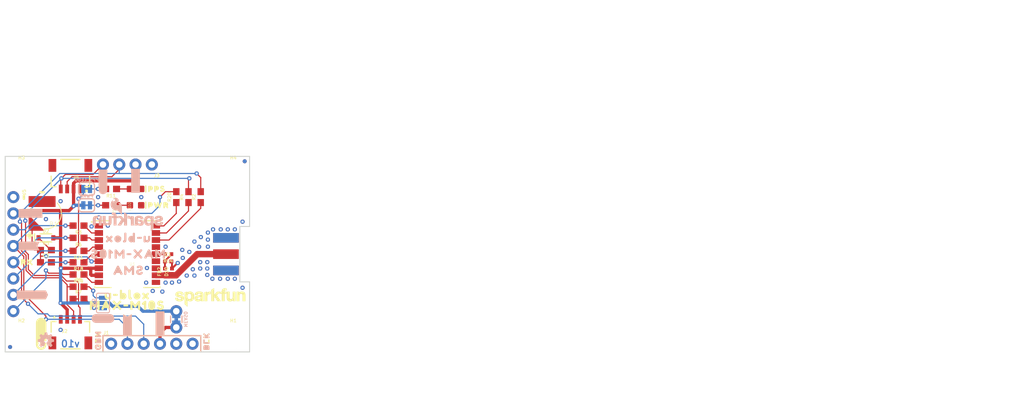
<source format=kicad_pcb>
(kicad_pcb (version 20241229) (generator "pcbnew") (generator_version "9.0")
  (layers (0 "F.Cu" signal) (2 "B.Cu" signal) (13 "F.Paste" user) (15 "B.Paste" user) (5 "F.SilkS" user "F.Silkscreen") (7 "B.SilkS" user "B.Silkscreen") (1 "F.Mask" user) (3 "B.Mask" user) (25 "Edge.Cuts" user))
  (net 0 "")
  (net 1 "3.3V")
  (net 2 "GND")
  (net 3 "SCL")
  (net 4 "SDA")
  (net 5 "~{RESET}")
  (net 6 "TXLV")
  (net 7 "RXLV")
  (net 8 "BACKUP")
  (net 9 "INT")
  (net 10 "PPS")
  (net 11 "N$5")
  (net 12 "N$8")
  (net 13 "N$2")
  (net 14 "N$4")
  (net 15 "N$6")
  (net 16 "SDA_LV")
  (net 17 "SCL_LV")
  (net 18 "~{SAFE}")
  (net 19 "RXI")
  (net 20 "TXO")
  (net 21 "N$10")
  (net 22 "VCC_RF")
  (net 23 "ANT_VCC")
  (net 24 "EXTINT_LV")
  (net 25 "RST_LV")
  (net 26 "PPS_LV")
  (net 27 "SAFE_LV")
  (net 28 "N$17")
  (net 29 "GPS_RF")
  (net 30 "N$1")
  (footprint "SparkFun u-blox GNSS MAX-M10S:CREATIVE_COMMONS" (layer "F.Cu") (at 195.4911 127.8636)
    (property "Reference" "FRAME1" (hide yes))
    (property "Value" "FRAME-LETTER" (hide yes))
  )
  (footprint "SparkFun u-blox GNSS MAX-M10S:0402-TIGHT" (layer "F.Cu") (at 155.4511 107.7436 90)
    (property "Reference" "D10")
    (property "Value" "PESD0402-0402T")
  )
  (footprint "SparkFun u-blox GNSS MAX-M10S:0603" (layer "F.Cu") (at 140.8811 110.0836)
    (property "Reference" "R8")
    (property "Value" "2.2k")
  )
  (footprint "SparkFun u-blox GNSS MAX-M10S:GRN1" (layer "F.Cu") (at 143.9291 118.4656 90)
    (property "Reference" "U$5" (hide yes))
    (property "Value" "" (hide yes))
  )
  (footprint "SparkFun u-blox GNSS MAX-M10S:0603" (layer "F.Cu") (at 135.8011 104.3686)
    (property "Reference" "R5")
    (property "Value" "3.3k")
  )
  (footprint "SparkFun u-blox GNSS MAX-M10S:#0" (layer "F.Cu") (at 132.4991 98.6536)
    (property "Reference" "U$19" (hide yes))
    (property "Value" "" (hide yes))
  )
  (footprint "SparkFun u-blox GNSS MAX-M10S:0402-TIGHT" (layer "F.Cu") (at 154.8511 106.1466)
    (property "Reference" "C1")
    (property "Value" "47pF" (hide yes))
  )
  (footprint "SparkFun u-blox GNSS MAX-M10S:STAND-OFF" (layer "F.Cu") (at 131.9911 92.3036)
    (property "Reference" "H3")
    (property "Value" "STAND-OFF")
  )
  (footprint "SparkFun u-blox GNSS MAX-M10S:MAX#M10S1" (layer "F.Cu") (at 148.5011 113.0046)
    (property "Reference" "U$18" (hide yes))
    (property "Value" "" (hide yes))
  )
  (footprint "SparkFun u-blox GNSS MAX-M10S:0603" (layer "F.Cu") (at 159.9311 96.1136 90)
    (property "Reference" "R2")
    (property "Value" "33")
  )
  (footprint "SparkFun u-blox GNSS MAX-M10S:TX3" (layer "F.Cu") (at 132.7531 103.7336)
    (property "Reference" "U$45" (hide yes))
    (property "Value" "" (hide yes))
  )
  (footprint "SparkFun u-blox GNSS MAX-M10S:0603" (layer "F.Cu") (at 156.1211 96.1136 90)
    (property "Reference" "R20")
    (property "Value" "33")
  )
  (footprint "SparkFun u-blox GNSS MAX-M10S:#RX#2" (layer "F.Cu") (at 151.0411 116.3066 90)
    (property "Reference" "U$8" (hide yes))
    (property "Value" "" (hide yes))
  )
  (footprint "SparkFun u-blox GNSS MAX-M10S:STAND-OFF" (layer "F.Cu") (at 131.9911 117.7036)
    (property "Reference" "H2")
    (property "Value" "STAND-OFF")
  )
  (footprint "SparkFun u-blox GNSS MAX-M10S:0402-TIGHT" (layer "F.Cu") (at 154.3511 107.7436 90)
    (property "Reference" "FB2")
    (property "Value" "2.66Ω")
  )
  (footprint "SparkFun u-blox GNSS MAX-M10S:0603" (layer "F.Cu") (at 140.8811 111.9886)
    (property "Reference" "R7")
    (property "Value" "2.2k")
  )
  (footprint "SparkFun u-blox GNSS MAX-M10S:1X08_NO_SILK" (layer "F.Cu") (at 130.7211 96.1136 -90)
    (property "Reference" "J5")
    (property "Value" "")
  )
  (footprint "SparkFun u-blox GNSS MAX-M10S:0402-TIGHT" (layer "F.Cu") (at 154.8511 105.0036 180)
    (property "Reference" "R14")
    (property "Value" "33OHM-0402T-1/10W-1%" (hide yes))
  )
  (footprint "SparkFun u-blox GNSS MAX-M10S:0603" (layer "F.Cu") (at 140.8811 106.2736 180)
    (property "Reference" "R18")
    (property "Value" "33")
  )
  (footprint "SparkFun u-blox GNSS MAX-M10S:SOD-323" (layer "F.Cu") (at 135.8011 102.4636)
    (property "Reference" "D2")
    (property "Value" "0.5A/40V/420mV")
  )
  (footprint "SparkFun u-blox GNSS MAX-M10S:#TX#3" (layer "F.Cu") (at 148.5011 116.1796 90)
    (property "Reference" "U$9" (hide yes))
    (property "Value" "" (hide yes))
  )
  (footprint "SparkFun u-blox GNSS MAX-M10S:1X06_NO_SILK" (layer "F.Cu") (at 145.9611 118.9736)
    (property "Reference" "J1")
    (property "Value" "USB-to-Serial")
  )
  (footprint "SparkFun u-blox GNSS MAX-M10S:##RST##0" (layer "F.Cu") (at 133.3881 113.8936)
    (property "Reference" "U$39" (hide yes))
    (property "Value" "" (hide yes))
  )
  (footprint "SparkFun u-blox GNSS MAX-M10S:JST04_1MM_RA" (layer "F.Cu") (at 139.6111 115.1636)
    (property "Reference" "J2")
    (property "Value" "Qwiic Right Angle" (hide yes))
  )
  (footprint "SparkFun u-blox GNSS MAX-M10S:U#BLOX0" (layer "F.Cu") (at 148.5011 111.3536)
    (property "Reference" "U$20" (hide yes))
    (property "Value" "" (hide yes))
  )
  (footprint "SparkFun u-blox GNSS MAX-M10S:PWR6" (layer "F.Cu") (at 153.3271 97.3836)
    (property "Reference" "U$7" (hide yes))
    (property "Value" "" (hide yes))
  )
  (footprint "SparkFun u-blox GNSS MAX-M10S:BLK0" (layer "F.Cu") (at 160.8201 118.5926 90)
    (property "Reference" "U$4" (hide yes))
    (property "Value" "" (hide yes))
  )
  (footprint "SparkFun u-blox GNSS MAX-M10S:0603" (layer "F.Cu") (at 140.8811 108.1786 180)
    (property "Reference" "R19")
    (property "Value" "33")
  )
  (footprint "SparkFun u-blox GNSS MAX-M10S:0603" (layer "F.Cu") (at 145.9611 94.8436 180)
    (property "Reference" "R11")
    (property "Value" "1k")
  )
  (footprint "SparkFun u-blox GNSS MAX-M10S:0603" (layer "F.Cu") (at 140.8811 100.5586 180)
    (property "Reference" "R3")
    (property "Value" "33")
  )
  (footprint "SparkFun u-blox GNSS MAX-M10S:0603" (layer "F.Cu") (at 145.9611 97.3836 180)
    (property "Reference" "R1")
    (property "Value" "1k")
  )
  (footprint "SparkFun u-blox GNSS MAX-M10S:RX2" (layer "F.Cu") (at 132.8801 106.2736)
    (property "Reference" "U$44" (hide yes))
    (property "Value" "" (hide yes))
  )
  (footprint "SparkFun u-blox GNSS MAX-M10S:STAND-OFF" (layer "F.Cu") (at 165.0111 117.7036)
    (property "Reference" "H1")
    (property "Value" "STAND-OFF")
  )
  (footprint "SparkFun u-blox GNSS MAX-M10S:#0" (layer "F.Cu") (at 133.3881 102.0826)
    (property "Reference" "U$37" (hide yes))
    (property "Value" "" (hide yes))
  )
  (footprint "SparkFun u-blox GNSS MAX-M10S:0603" (layer "F.Cu") (at 158.0261 96.1136 90)
    (property "Reference" "R4")
    (property "Value" "33")
  )
  (footprint "SparkFun u-blox GNSS MAX-M10S:FIDUCIAL-MICRO" (layer "F.Cu") (at 130.2131 119.4816)
    (property "Reference" "FD1" (hide yes))
    (property "Value" "FIDUCIALUFIDUCIAL" (hide yes))
  )
  (footprint "SparkFun u-blox GNSS MAX-M10S:#1" (layer "F.Cu") (at 135.2931 95.3516)
    (property "Reference" "U$38" (hide yes))
    (property "Value" "" (hide yes))
  )
  (footprint "SparkFun u-blox GNSS MAX-M10S:QWIIC_5MM" (layer "F.Cu") (at 135.0391 117.4496 90)
    (property "Reference" "LOGO3" (hide yes))
    (property "Value" "QWIIC_LOGO_5MM" (hide yes))
  )
  (footprint "SparkFun u-blox GNSS MAX-M10S:MAX-M10S" (layer "F.Cu") (at 148.5011 105.0036 180)
    (property "Reference" "U1")
    (property "Value" "MAX-M10S")
  )
  (footprint "SparkFun u-blox GNSS MAX-M10S:SMA-EDGE" (layer "F.Cu") (at 163.8681 105.0036 -90)
    (property "Reference" "E1" (hide yes))
    (property "Value" "ANTENNA-SMA-GROUNDEDEDGE_SMA" (hide yes))
  )
  (footprint "SparkFun u-blox GNSS MAX-M10S:0603" (layer "F.Cu") (at 140.8811 104.4956 180)
    (property "Reference" "R21")
    (property "Value" "33")
  )
  (footprint "SparkFun u-blox GNSS MAX-M10S:#1" (layer "F.Cu") (at 132.3721 95.9866 90)
    (property "Reference" "U$40" (hide yes))
    (property "Value" "" (hide yes))
  )
  (footprint "SparkFun u-blox GNSS MAX-M10S:ORDERING_INSTRUCTIONS" (layer "F.Cu") (at 186.6011 65.6336)
    (property "Reference" "U$2" (hide yes))
    (property "Value" "SPECIAL_INSTRUCTIONS-ORDERING" (hide yes))
  )
  (footprint "SparkFun u-blox GNSS MAX-M10S:LED-0603" (layer "F.Cu") (at 149.7711 94.8436)
    (property "Reference" "D1")
    (property "Value" "Yellow")
  )
  (footprint "SparkFun u-blox GNSS MAX-M10S:STAND-OFF" (layer "F.Cu") (at 165.0111 92.3036)
    (property "Reference" "H4")
    (property "Value" "STAND-OFF")
  )
  (footprint "SparkFun u-blox GNSS MAX-M10S:0603" (layer "F.Cu") (at 140.8811 102.4636 180)
    (property "Reference" "R6")
    (property "Value" "33")
  )
  (footprint "SparkFun u-blox GNSS MAX-M10S:PPS7" (layer "F.Cu") (at 153.0731 94.8436)
    (property "Reference" "U$6" (hide yes))
    (property "Value" "" (hide yes))
  )
  (footprint "SparkFun u-blox GNSS MAX-M10S:LED-0603" (layer "F.Cu") (at 149.7711 97.3836)
    (property "Reference" "LED2")
    (property "Value" "RED")
  )
  (footprint "SparkFun u-blox GNSS MAX-M10S:#EINT#0" (layer "F.Cu") (at 133.6421 111.3536)
    (property "Reference" "U$42" (hide yes))
    (property "Value" "" (hide yes))
  )
  (footprint "SparkFun u-blox GNSS MAX-M10S:JST04_1MM_RA" (layer "F.Cu") (at 139.6111 94.8436 180)
    (property "Reference" "J4")
    (property "Value" "Qwiic Right Angle" (hide yes))
  )
  (footprint "SparkFun u-blox GNSS MAX-M10S:ML414H_IV01E" (layer "F.Cu") (at 135.8011 98.6536 180)
    (property "Reference" "B1")
    (property "Value" "6.8MM_COIN_CELL" (hide yes))
  )
  (footprint "SparkFun u-blox GNSS MAX-M10S:#PPS#1" (layer "F.Cu") (at 133.2611 108.8136)
    (property "Reference" "U$43" (hide yes))
    (property "Value" "" (hide yes))
  )
  (footprint "SparkFun u-blox GNSS MAX-M10S:0603" (layer "F.Cu") (at 135.8011 106.2736)
    (property "Reference" "C3")
    (property "Value" "1.0uF")
  )
  (footprint "SparkFun u-blox GNSS MAX-M10S:1X04_NO_SILK" (layer "F.Cu") (at 152.3111 91.0336 180)
    (property "Reference" "J3")
    (property "Value" "PTH" (hide yes))
  )
  (footprint "SparkFun u-blox GNSS MAX-M10S:FIDUCIAL-MICRO" (layer "F.Cu") (at 166.7891 90.5256)
    (property "Reference" "FD3" (hide yes))
    (property "Value" "FIDUCIALUFIDUCIAL" (hide yes))
  )
  (footprint "SparkFun u-blox GNSS MAX-M10S:SFE_LOGO_NAME_.1" (layer "F.Cu") (at 161.4511 111.7436)
    (property "Reference" "LOGO4" (hide yes))
    (property "Value" "SFE_LOGO_NAME.1_INCH" (hide yes))
  )
  (footprint "SparkFun u-blox GNSS MAX-M10S:#GND#5" (layer "F.Cu") (at 158.6611 115.7986 90)
    (property "Reference" "U$3" (hide yes))
    (property "Value" "" (hide yes))
  )
  (footprint "SparkFun u-blox GNSS MAX-M10S:#3V3#4" (layer "F.Cu") (at 153.5811 115.7986 90)
    (property "Reference" "U$1" (hide yes))
    (property "Value" "" (hide yes))
  )
  (footprint "SparkFun u-blox GNSS MAX-M10S:SMA2" (layer "B.Cu") (at 148.5011 107.5436 180)
    (property "Reference" "U$24" (hide yes))
    (property "Value" "" (hide yes))
  )
  (footprint "SparkFun u-blox GNSS MAX-M10S:#RX#2" (layer "B.Cu") (at 151.0411 116.3066 90)
    (property "Reference" "U$25" (hide yes))
    (property "Value" "" (hide yes))
  )
  (footprint "SparkFun u-blox GNSS MAX-M10S:#SCL#1" (layer "B.Cu") (at 144.6911 93.5736 90)
    (property "Reference" "U$32" (hide yes))
    (property "Value" "" (hide yes))
  )
  (footprint "SparkFun u-blox GNSS MAX-M10S:FIDUCIAL-MICRO" (layer "B.Cu") (at 166.7891 90.5256 180)
    (property "Reference" "FD4" (hide yes))
    (property "Value" "FIDUCIALUFIDUCIAL" (hide yes))
  )
  (footprint "SparkFun u-blox GNSS MAX-M10S:U#BLOX0" (layer "B.Cu") (at 148.5011 102.4636 180)
    (property "Reference" "U$21" (hide yes))
    (property "Value" "" (hide yes))
  )
  (footprint "SparkFun u-blox GNSS MAX-M10S:#SDA#0" (layer "B.Cu") (at 147.2311 93.7006 90)
    (property "Reference" "U$33" (hide yes))
    (property "Value" "" (hide yes))
  )
  (footprint "SparkFun u-blox GNSS MAX-M10S:FIDUCIAL-MICRO" (layer "B.Cu") (at 130.2131 119.4816 180)
    (property "Reference" "FD2" (hide yes))
    (property "Value" "FIDUCIALUFIDUCIAL" (hide yes))
  )
  (footprint "SparkFun u-blox GNSS MAX-M10S:#3V3#4" (layer "B.Cu") (at 153.5811 115.7986 90)
    (property "Reference" "U$26" (hide yes))
    (property "Value" "" (hide yes))
  )
  (footprint "SparkFun u-blox GNSS MAX-M10S:#TX#3" (layer "B.Cu") (at 148.5011 116.1796 90)
    (property "Reference" "U$22" (hide yes))
    (property "Value" "" (hide yes))
  )
  (footprint "SparkFun u-blox GNSS MAX-M10S:#PPS#0" (layer "B.Cu") (at 139.2301 94.8436 180)
    (property "Reference" "U$35" (hide yes))
    (property "Value" "" (hide yes))
  )
  (footprint "SparkFun u-blox GNSS MAX-M10S:SMT-JUMPER_3_NO_SILK" (layer "B.Cu") (at 144.6911 112.6236 -90)
    (property "Reference" "JP5")
    (property "Value" "JUMPER-SMT_3_NO_SILK")
  )
  (footprint "SparkFun u-blox GNSS MAX-M10S:#I�C#0" (layer "B.Cu") (at 144.6911 115.0366 180)
    (property "Reference" "U$30" (hide yes))
    (property "Value" "" (hide yes))
  )
  (footprint "SparkFun u-blox GNSS MAX-M10S:#TX#0" (layer "B.Cu") (at 133.0071 103.7336 180)
    (property "Reference" "U$16" (hide yes))
    (property "Value" "" (hide yes))
  )
  (footprint "SparkFun u-blox GNSS MAX-M10S:#GND#5" (layer "B.Cu") (at 133.3881 96.1136 180)
    (property "Reference" "U$11" (hide yes))
    (property "Value" "" (hide yes))
  )
  (footprint "SparkFun u-blox GNSS MAX-M10S:#MEAS#0" (layer "B.Cu") (at 156.1211 110.7186 90)
    (property "Reference" "U$41" (hide yes))
    (property "Value" "" (hide yes))
  )
  (footprint "SparkFun u-blox GNSS MAX-M10S:GRN1" (layer "B.Cu") (at 143.9291 118.4656 90)
    (property "Reference" "U$29" (hide yes))
    (property "Value" "" (hide yes))
  )
  (footprint "SparkFun u-blox GNSS MAX-M10S:##RST##2" (layer "B.Cu") (at 133.3881 113.8936 180)
    (property "Reference" "U$12" (hide yes))
    (property "Value" "" (hide yes))
  )
  (footprint "SparkFun u-blox GNSS MAX-M10S:SMT-JUMPER_2_NC_TRACE_SILK" (layer "B.Cu") (at 142.1511 94.8436 180)
    (property "Reference" "PPS_LED0")
    (property "Value" "JUMPER-SMT_2_NC_TRACE_SILK")
  )
  (footprint "SparkFun u-blox GNSS MAX-M10S:BLK0" (layer "B.Cu") (at 160.8201 118.5926 90)
    (property "Reference" "U$28" (hide yes))
    (property "Value" "" (hide yes))
  )
  (footprint "SparkFun u-blox GNSS MAX-M10S:#3V3#4" (layer "B.Cu") (at 133.3881 98.6536 180)
    (property "Reference" "U$10" (hide yes))
    (property "Value" "" (hide yes))
  )
  (footprint "SparkFun u-blox GNSS MAX-M10S:#RX#1" (layer "B.Cu") (at 132.8801 106.2736 180)
    (property "Reference" "U$15" (hide yes))
    (property "Value" "" (hide yes))
  )
  (footprint "SparkFun u-blox GNSS MAX-M10S:#PWR#0" (layer "B.Cu") (at 138.8491 97.3836 180)
    (property "Reference" "U$36" (hide yes))
    (property "Value" "" (hide yes))
  )
  (footprint "SparkFun u-blox GNSS MAX-M10S:OSHW-LOGO-MINI" (layer "B.Cu") (at 135.8011 118.4656 180)
    (property "Reference" "LOGO1" (hide yes))
    (property "Value" "OSHW-LOGOMINI" (hide yes))
  )
  (footprint "SparkFun u-blox GNSS MAX-M10S:SFE_LOGO_NAME_FLAME_.1" (layer "B.Cu") (at 148.5011 99.9236 180)
    (property "Reference" "LOGO2" (hide yes))
    (property "Value" "SFE_LOGO_NAME_FLAME.1_INCH" (hide yes))
  )
  (footprint "SparkFun u-blox GNSS MAX-M10S:#PPS#1" (layer "B.Cu") (at 133.2611 108.8136 180)
    (property "Reference" "U$14" (hide yes))
    (property "Value" "" (hide yes))
  )
  (footprint "SparkFun u-blox GNSS MAX-M10S:##SAFE##0" (layer "B.Cu") (at 133.7691 101.1936 180)
    (property "Reference" "U$13" (hide yes))
    (property "Value" "" (hide yes))
  )
  (footprint "SparkFun u-blox GNSS MAX-M10S:MAX#M10S1" (layer "B.Cu") (at 148.5011 105.0036 180)
    (property "Reference" "U$23" (hide yes))
    (property "Value" "" (hide yes))
  )
  (footprint "SparkFun u-blox GNSS MAX-M10S:SMT-JUMPER_2_NC_TRACE_SILK" (layer "B.Cu") (at 142.1511 97.3836 180)
    (property "Reference" "PWR0")
    (property "Value" "JUMPER-SMT_2_NC_TRACE_SILK")
  )
  (footprint "SparkFun u-blox GNSS MAX-M10S:#GND#5" (layer "B.Cu") (at 158.6611 115.7986 90)
    (property "Reference" "U$27" (hide yes))
    (property "Value" "" (hide yes))
  )
  (footprint "SparkFun u-blox GNSS MAX-M10S:#3V3#4" (layer "B.Cu") (at 149.7711 93.5736 90)
    (property "Reference" "U$31" (hide yes))
    (property "Value" "" (hide yes))
  )
  (footprint "SparkFun u-blox GNSS MAX-M10S:#GND#5" (layer "B.Cu") (at 152.3111 93.7006 90)
    (property "Reference" "U$34" (hide yes))
    (property "Value" "" (hide yes))
  )
  (footprint "SparkFun u-blox GNSS MAX-M10S:#EINT_#0" (layer "B.Cu") (at 133.5151 111.3536 180)
    (property "Reference" "U$46" (hide yes))
    (property "Value" "" (hide yes))
  )
  (footprint "SparkFun u-blox GNSS MAX-M10S:COMBO-JUMPER_2_NC_TRACE" (layer "B.Cu") (at 156.1211 115.1636 90)
    (property "Reference" "MEAS0")
    (property "Value" "JUMPER-COMBO_2_NC_TRACE")
  )
  (gr_line (start 159.9311 117.7036) (end 159.9311 120.2436) (stroke (width 0.2032)) (layer "F.SilkS"))
  (gr_line (start 144.6911 120.2436) (end 144.6911 117.7036) (stroke (width 0.2032)) (layer "F.SilkS"))
  (gr_line (start 144.6911 117.7036) (end 159.9311 117.7036) (stroke (width 0.2032)) (layer "F.SilkS"))
  (gr_line (start 144.6911 117.7036) (end 159.9311 117.7036) (stroke (width 0.2032)) (layer "B.SilkS"))
  (gr_line (start 159.9311 117.7036) (end 159.9311 120.2436) (stroke (width 0.2032)) (layer "B.SilkS"))
  (gr_line (start 144.6911 120.2436) (end 144.6911 117.7036) (stroke (width 0.2032)) (layer "B.SilkS"))
  (gr_line (start 167.5511 100.6856) (end 166.0271 100.6856) (stroke (width 0.1524)) (layer "Edge.Cuts"))
  (gr_line (start 129.4511 120.2436) (end 129.4511 89.7636) (stroke (width 0.1524)) (layer "Edge.Cuts"))
  (gr_line (start 167.5511 120.2436) (end 129.4511 120.2436) (stroke (width 0.1524)) (layer "Edge.Cuts"))
  (gr_line (start 167.5511 100.6856) (end 167.5511 89.7636) (stroke (width 0.1524)) (layer "Edge.Cuts"))
  (gr_line (start 167.5511 120.2436) (end 167.5511 109.3216) (stroke (width 0.1524)) (layer "Edge.Cuts"))
  (gr_line (start 129.4511 89.7636) (end 167.5511 89.7636) (stroke (width 0.1524)) (layer "Edge.Cuts"))
  (gr_line (start 166.0271 109.3216) (end 167.5511 109.3216) (stroke (width 0.1524)) (layer "Edge.Cuts"))
  (gr_line (start 166.0271 100.6856) (end 166.0271 109.3216) (stroke (width 0.1524)) (layer "Edge.Cuts"))
  (gr_text "v10" (at 139.6111 118.9736 0) (layer "B.Cu") (effects (font (size 1.0795 1.0795) (thickness 0.1905)) (justify mirror)))
  (segment (start 132.1816 98.2091) (end 138.0871 98.2091) (width 0.508) (layer "F.Cu") (net 1))
  (segment (start 139.1111 115.1636) (end 139.1111 113.6476) (width 0.508) (layer "F.Cu") (net 1))
  (segment (start 139.1111 113.6476) (end 138.0871 112.6236) (width 0.508) (layer "F.Cu") (net 1))
  (segment (start 140.5001 93.5736) (end 140.1111 93.9626) (width 0.508) (layer "F.Cu") (net 1))
  (segment (start 130.7211 98.6536) (end 131.7371 98.6536) (width 0.508) (layer "F.Cu") (net 1))
  (segment (start 138.0871 102.4636) (end 138.0871 98.2091) (width 0.508) (layer "F.Cu") (net 1))
  (segment (start 149.7711 92.9386) (end 149.1361 93.5736) (width 0.508) (layer "F.Cu") (net 1))
  (segment (start 144.0511 107.2036) (end 142.7861 107.2036) (width 0.508) (layer "F.Cu") (net 1))
  (segment (start 136.9511 102.4636) (end 138.0871 102.4636) (width 0.508) (layer "F.Cu") (net 1))
  (segment (start 140.1111 93.9626) (end 140.1111 94.8436) (width 0.508) (layer "F.Cu") (net 1))
  (segment (start 149.1361 93.5736) (end 140.5001 93.5736) (width 0.508) (layer "F.Cu") (net 1))
  (segment (start 131.7371 98.6536) (end 132.1816 98.2091) (width 0.508) (layer "F.Cu") (net 1))
  (segment (start 138.0871 107.1626) (end 138.0871 102.4636) (width 0.508) (layer "F.Cu") (net 1))
  (segment (start 142.7861 107.2036) (end 142.461756 107.2036) (width 0.508) (layer "F.Cu") (net 1))
  (segment (start 144.0511 108.3036) (end 142.9111 108.3036) (width 0.508) (layer "F.Cu") (net 1))
  (segment (start 142.461756 107.2036) (end 142.459956 107.2054) (width 0.508) (layer "F.Cu") (net 1))
  (segment (start 140.1111 97.5186) (end 140.1111 94.8436) (width 0.508) (layer "F.Cu") (net 1))
  (segment (start 138.0871 98.2091) (end 139.4206 98.2091) (width 0.508) (layer "F.Cu") (net 1))
  (segment (start 149.7711 91.0336) (end 149.7711 92.9386) (width 0.508) (layer "F.Cu") (net 1))
  (segment (start 139.4206 98.2091) (end 140.1111 97.5186) (width 0.508) (layer "F.Cu") (net 1))
  (segment (start 142.7861 108.1786) (end 142.7861 107.2036) (width 0.508) (layer "F.Cu") (net 1))
  (segment (start 142.459956 107.2054) (end 138.1299 107.2054) (width 0.508) (layer "F.Cu") (net 1))
  (segment (start 142.9111 108.3036) (end 142.7861 108.1786) (width 0.508) (layer "F.Cu") (net 1))
  (segment (start 138.1299 107.2054) (end 138.0871 107.1626) (width 0.508) (layer "F.Cu") (net 1))
  (via (at 140.1111 97.5186) (size 0.6604) (drill 0.3048) (layers "F.Cu" "B.Cu") (net 1))
  (via (at 138.0871 112.6236) (size 0.6604) (drill 0.3048) (layers "F.Cu" "B.Cu") (net 1))
  (via (at 138.1299 107.2054) (size 0.6604) (drill 0.3048) (layers "F.Cu" "B.Cu") (net 1))
  (segment (start 138.0871 107.2482) (end 138.1299 107.2054) (width 0.508) (layer "B.Cu") (net 1))
  (segment (start 156.1211 114.6556) (end 156.1211 113.8936) (width 0.508) (layer "B.Cu") (net 1))
  (segment (start 145.7071 112.6236) (end 144.6911 112.6236) (width 0.508) (layer "B.Cu") (net 1))
  (segment (start 156.1211 113.8936) (end 150.9141 113.8936) (width 0.508) (layer "B.Cu") (net 1))
  (segment (start 150.9141 113.8936) (end 150.1521 113.1316) (width 0.508) (layer "B.Cu") (net 1))
  (segment (start 146.2151 113.1316) (end 145.7071 112.6236) (width 0.508) (layer "B.Cu") (net 1))
  (segment (start 150.1521 113.1316) (end 146.2151 113.1316) (width 0.508) (layer "B.Cu") (net 1))
  (segment (start 141.6304 97.3836) (end 140.2461 97.3836) (width 0.508) (layer "B.Cu") (net 1))
  (segment (start 144.6911 112.6236) (end 138.0871 112.6236) (width 0.508) (layer "B.Cu") (net 1))
  (segment (start 140.2461 97.3836) (end 140.1111 97.5186) (width 0.508) (layer "B.Cu") (net 1))
  (segment (start 138.0871 112.6236) (end 138.0871 107.2482) (width 0.508) (layer "B.Cu") (net 1))
  (segment (start 155.4511 107.2436) (end 156.3101 106.3846) (width 0.3048) (layer "F.Cu") (net 2))
  (segment (start 155.4511 106.2466) (end 155.4511 107.2436) (width 0.3048) (layer "F.Cu") (net 2))
  (segment (start 156.3101 106.3846) (end 156.3481 106.3846) (width 0.3048) (layer "F.Cu") (net 2))
  (segment (start 155.4511 106.2466) (end 155.3511 106.1466) (width 0.3048) (layer "F.Cu") (net 2))
  (via (at 161.0511 102.7436) (size 0.6604) (drill 0.3048) (layers "F.Cu" "B.Cu") (net 2))
  (via (at 160.9511 108.2436) (size 0.6604) (drill 0.3048) (layers "F.Cu" "B.Cu") (net 2))
  (via (at 165.2511 101.1436) (size 0.6604) (drill 0.3048) (layers "F.Cu" "B.Cu") (net 2))
  (via (at 166.4511 110.2436) (size 0.6604) (drill 0.3048) (layers "F.Cu" "B.Cu") (net 2))
  (via (at 156.5561 109.2786) (size 0.6604) (drill 0.3048) (layers "F.Cu" "B.Cu") (net 2))
  (via (at 159.6771 103.8606) (size 0.6604) (drill 0.3048) (layers "F.Cu" "B.Cu") (net 2))
  (via (at 155.4511 109.4436) (size 0.6604) (drill 0.3048) (layers "F.Cu" "B.Cu") (net 2))
  (via (at 164.1511 101.1436) (size 0.6604) (drill 0.3048) (layers "F.Cu" "B.Cu") (net 2))
  (via (at 159.8511 106.2436) (size 0.6604) (drill 0.3048) (layers "F.Cu" "B.Cu") (net 2))
  (via (at 135.8011 99.5426) (size 0.6604) (drill 0.3048) (layers "F.Cu" "B.Cu") (net 2))
  (via (at 161.0511 101.6436) (size 0.6604) (drill 0.3048) (layers "F.Cu" "B.Cu") (net 2))
  (via (at 158.1531 104.6606) (size 0.6604) (drill 0.3048) (layers "F.Cu" "B.Cu") (net 2))
  (via (at 163.0511 101.1436) (size 0.6604) (drill 0.3048) (layers "F.Cu" "B.Cu") (net 2))
  (via (at 151.4221 109.4486) (size 0.6604) (drill 0.3048) (layers "F.Cu" "B.Cu") (net 2))
  (via (at 164.1511 108.8436) (size 0.6604) (drill 0.3048) (layers "F.Cu" "B.Cu") (net 2))
  (via (at 151.5491 107.1626) (size 0.6604) (drill 0.3048) (layers "F.Cu" "B.Cu") (net 2))
  (via (at 161.0511 103.8436) (size 0.6604) (drill 0.3048) (layers "F.Cu" "B.Cu") (net 2))
  (via (at 152.4511 110.7436) (size 0.6604) (drill 0.3048) (layers "F.Cu" "B.Cu") (net 2))
  (via (at 145.4531 100.5586) (size 0.6604) (drill 0.3048) (layers "F.Cu" "B.Cu") (net 2))
  (via (at 159.9511 102.3436) (size 0.6604) (drill 0.3048) (layers "F.Cu" "B.Cu") (net 2))
  (via (at 153.9511 110.8436) (size 0.6604) (drill 0.3048) (layers "F.Cu" "B.Cu") (net 2))
  (via (at 138.0871 96.7486) (size 0.6604) (drill 0.3048) (layers "F.Cu" "B.Cu") (net 2))
  (via (at 160.9511 107.2436) (size 0.6604) (drill 0.3048) (layers "F.Cu" "B.Cu") (net 2))
  (via (at 161.8511 101.1436) (size 0.6604) (drill 0.3048) (layers "F.Cu" "B.Cu") (net 2))
  (via (at 156.3481 106.3846) (size 0.6604) (drill 0.3048) (layers "F.Cu" "B.Cu") (net 2))
  (via (at 157.1371 105.5956) (size 0.6604) (drill 0.3048) (layers "F.Cu" "B.Cu") (net 2))
  (via (at 159.8511 107.2436) (size 0.6604) (drill 0.3048) (layers "F.Cu" "B.Cu") (net 2))
  (via (at 160.9511 106.2436) (size 0.6604) (drill 0.3048) (layers "F.Cu" "B.Cu") (net 2))
  (via (at 157.0511 104.3436) (size 0.6604) (drill 0.3048) (layers "F.Cu" "B.Cu") (net 2))
  (via (at 138.0871 116.8146) (size 0.6604) (drill 0.3048) (layers "F.Cu" "B.Cu") (net 2))
  (via (at 165.2511 108.8436) (size 0.6604) (drill 0.3048) (layers "F.Cu" "B.Cu") (net 2))
  (via (at 158.9511 108.3436) (size 0.6604) (drill 0.3048) (layers "F.Cu" "B.Cu") (net 2))
  (via (at 150.6601 96.1136) (size 0.6604) (drill 0.3048) (layers "F.Cu" "B.Cu") (net 2))
  (via (at 154.4511 109.4436) (size 0.6604) (drill 0.3048) (layers "F.Cu" "B.Cu") (net 2))
  (via (at 144.0561 99.2886) (size 0.6604) (drill 0.3048) (layers "F.Cu" "B.Cu") (net 2))
  (via (at 166.4511 99.9436) (size 0.6604) (drill 0.3048) (layers "F.Cu" "B.Cu") (net 2))
  (via (at 158.9511 103.0436) (size 0.6604) (drill 0.3048) (layers "F.Cu" "B.Cu") (net 2))
  (via (at 162.9511 108.8436) (size 0.6604) (drill 0.3048) (layers "F.Cu" "B.Cu") (net 2))
  (via (at 143.9291 96.1136) (size 0.6604) (drill 0.3048) (layers "F.Cu" "B.Cu") (net 2))
  (via (at 154.4511 103.8436) (size 0.6604) (drill 0.3048) (layers "F.Cu" "B.Cu") (net 2))
  (via (at 157.7511 108.3436) (size 0.6604) (drill 0.3048) (layers "F.Cu" "B.Cu") (net 2))
  (via (at 158.6991 107.3626) (size 0.6604) (drill 0.3048) (layers "F.Cu" "B.Cu") (net 2))
  (via (at 142.9131 100.6856) (size 0.6604) (drill 0.3048) (layers "F.Cu" "B.Cu") (net 2))
  (via (at 161.7511 108.8436) (size 0.6604) (drill 0.3048) (layers "F.Cu" "B.Cu") (net 2))
  (segment (start 138.16265 108.331) (end 138.0871 108.331) (width 0.1778) (layer "F.Cu") (net 3))
  (segment (start 140.8811 111.9886) (end 140.8811 109.4486) (width 0.1778) (layer "F.Cu") (net 3))
  (segment (start 139.6111 109.1946) (end 139.02625 109.1946) (width 0.1778) (layer "F.Cu") (net 3))
  (segment (start 138.8364 92.5703) (end 143.1544 92.5703) (width 0.1778) (layer "F.Cu") (net 3))
  (segment (start 132.6261 104.6328) (end 132.6261 99.8346) (width 0.1778) (layer "F.Cu") (net 3))
  (segment (start 141.1111 113.3616) (end 140.8811 113.1316) (width 0.1778) (layer "F.Cu") (net 3))
  (segment (start 140.6271 109.1946) (end 139.6111 109.1946) (width 0.1778) (layer "F.Cu") (net 3))
  (segment (start 143.1544 92.5703) (end 144.6911 91.0336) (width 0.1778) (layer "F.Cu") (net 3))
  (segment (start 138.1111 93.2956) (end 138.2141 93.1926) (width 0.1778) (layer "F.Cu") (net 3))
  (segment (start 138.1111 94.8436) (end 138.1111 93.2956) (width 0.1778) (layer "F.Cu") (net 3))
  (segment (start 140.8811 109.4486) (end 140.6271 109.1946) (width 0.1778) (layer "F.Cu") (net 3))
  (segment (start 139.02625 109.1946) (end 138.16265 108.331) (width 0.1778) (layer "F.Cu") (net 3))
  (segment (start 158.0261 93.3196) (end 158.1531 93.1926) (width 0.1778) (layer "F.Cu") (net 3))
  (segment (start 132.6261 99.8346) (end 132.5881 99.7966) (width 0.1778) (layer "F.Cu") (net 3))
  (segment (start 140.8811 113.1316) (end 140.8811 111.9886) (width 0.1778) (layer "F.Cu") (net 3))
  (segment (start 140.0311 111.9886) (end 140.8811 111.9886) (width 0.1778) (layer "F.Cu") (net 3))
  (segment (start 133.0579 107.3963) (end 133.9926 108.331) (width 0.1778) (layer "F.Cu") (net 3))
  (segment (start 133.0579 105.0646) (end 133.0579 107.3963) (width 0.1778) (layer "F.Cu") (net 3))
  (segment (start 133.9926 108.331) (end 138.0871 108.331) (width 0.1778) (layer "F.Cu") (net 3))
  (segment (start 158.0261 95.2636) (end 158.0261 93.3196) (width 0.1778) (layer "F.Cu") (net 3))
  (segment (start 132.6261 104.6328) (end 133.0579 105.0646) (width 0.1778) (layer "F.Cu") (net 3))
  (segment (start 141.1111 115.1636) (end 141.1111 113.3616) (width 0.1778) (layer "F.Cu") (net 3))
  (segment (start 138.8364 92.5703) (end 138.2141 93.1926) (width 0.1778) (layer "F.Cu") (net 3))
  (via (at 138.2141 93.1926) (size 0.6604) (drill 0.3048) (layers "F.Cu" "B.Cu") (net 3))
  (via (at 132.5881 99.7966) (size 0.6604) (drill 0.3048) (layers "F.Cu" "B.Cu") (net 3))
  (via (at 158.1531 93.1926) (size 0.6604) (drill 0.3048) (layers "F.Cu" "B.Cu") (net 3))
  (segment (start 132.4991 98.9076) (end 132.4991 99.7076) (width 0.1778) (layer "B.Cu") (net 3))
  (segment (start 158.1531 93.1926) (end 138.2141 93.1926) (width 0.1778) (layer "B.Cu") (net 3))
  (segment (start 138.2141 93.1926) (end 132.4991 98.9076) (width 0.1778) (layer "B.Cu") (net 3))
  (segment (start 132.4991 99.7076) (end 132.5881 99.7966) (width 0.1778) (layer "B.Cu") (net 3))
  (segment (start 140.1111 115.1636) (end 140.1111 113.8856) (width 0.1778) (layer "F.Cu") (net 4))
  (segment (start 139.1031 109.77435) (end 138.01535 108.6866) (width 0.1778) (layer "F.Cu") (net 4))
  (segment (start 132.7023 105.2119) (end 132.7023 107.5436) (width 0.1778) (layer "F.Cu") (net 4))
  (segment (start 131.9975 104.5071) (end 131.9975 100.1712) (width 0.1778) (layer "F.Cu") (net 4))
  (segment (start 140.1111 113.8856) (end 139.1031 112.8776) (width 0.1778) (layer "F.Cu") (net 4))
  (segment (start 138.01535 108.6866) (end 133.8453 108.6866) (width 0.1778) (layer "F.Cu") (net 4))
  (segment (start 140.0311 110.0836) (end 139.1031 110.0836) (width 0.1778) (layer "F.Cu") (net 4))
  (segment (start 147.2311 91.7829) (end 147.2311 91.0336) (width 0.1778) (layer "F.Cu") (net 4))
  (segment (start 132.7023 107.5436) (end 133.8453 108.6866) (width 0.1778) (layer "F.Cu") (net 4))
  (segment (start 159.9311 93.0656) (end 159.2961 92.4306) (width 0.1778) (layer "F.Cu") (net 4))
  (segment (start 146.0881 92.9259) (end 147.2311 91.7829) (width 0.1778) (layer "F.Cu") (net 4))
  (segment (start 139.1111 94.8436) (end 139.1111 93.6926) (width 0.1778) (layer "F.Cu") (net 4))
  (segment (start 159.9311 95.2636) (end 159.9311 93.0656) (width 0.1778) (layer "F.Cu") (net 4))
  (segment (start 139.1111 93.6926) (end 139.8778 92.9259) (width 0.1778) (layer "F.Cu") (net 4))
  (segment (start 139.1031 112.8776) (end 139.1031 110.0836) (width 0.1778) (layer "F.Cu") (net 4))
  (segment (start 139.8778 92.9259) (end 146.0881 92.9259) (width 0.1778) (layer "F.Cu") (net 4))
  (segment (start 131.7499 99.9236) (end 131.9975 100.1712) (width 0.1778) (layer "F.Cu") (net 4))
  (segment (start 139.1031 110.0836) (end 139.1031 109.77435) (width 0.1778) (layer "F.Cu") (net 4))
  (segment (start 131.9975 104.5071) (end 132.7023 105.2119) (width 0.1778) (layer "F.Cu") (net 4))
  (via (at 159.2961 92.4306) (size 0.6604) (drill 0.3048) (layers "F.Cu" "B.Cu") (net 4))
  (via (at 131.7499 99.9236) (size 0.6604) (drill 0.3048) (layers "F.Cu" "B.Cu") (net 4))
  (segment (start 131.9276 98.4631) (end 131.9276 99.15335) (width 0.1778) (layer "B.Cu") (net 4))
  (segment (start 131.9276 99.15335) (end 131.7499 99.33105) (width 0.1778) (layer "B.Cu") (net 4))
  (segment (start 137.9601 92.4306) (end 131.9276 98.4631) (width 0.1778) (layer "B.Cu") (net 4))
  (segment (start 147.2311 92.4306) (end 137.9601 92.4306) (width 0.1778) (layer "B.Cu") (net 4))
  (segment (start 131.7499 99.33105) (end 131.7499 99.9236) (width 0.1778) (layer "B.Cu") (net 4))
  (segment (start 159.2961 92.4306) (end 147.2311 92.4306) (width 0.1778) (layer "B.Cu") (net 4))
  (segment (start 147.2311 91.0336) (end 147.2311 92.4306) (width 0.1778) (layer "B.Cu") (net 4))
  (segment (start 136.2329 107.9754) (end 135.8011 107.5436) (width 0.1778) (layer "F.Cu") (net 5))
  (segment (start 138.30995 107.9754) (end 136.2329 107.9754) (width 0.1778) (layer "F.Cu") (net 5))
  (segment (start 140.0311 108.1786) (end 138.51315 108.1786) (width 0.1778) (layer "F.Cu") (net 5))
  (segment (start 138.51315 108.1786) (end 138.30995 107.9754) (width 0.1778) (layer "F.Cu") (net 5))
  (via (at 135.8011 107.5436) (size 0.6604) (drill 0.3048) (layers "F.Cu" "B.Cu") (net 5))
  (segment (start 135.8011 108.8136) (end 130.7211 113.8936) (width 0.1778) (layer "B.Cu") (net 5))
  (segment (start 135.8011 107.5436) (end 135.8011 108.8136) (width 0.1778) (layer "B.Cu") (net 5))
  (segment (start 144.0511 101.7036) (end 142.9151 101.7036) (width 0.1778) (layer "F.Cu") (net 6))
  (segment (start 142.9151 101.7036) (end 141.7701 100.5586) (width 0.1778) (layer "F.Cu") (net 6))
  (segment (start 141.7701 100.5586) (end 141.7311 100.5586) (width 0.1778) (layer "F.Cu") (net 6))
  (segment (start 142.9601 102.8036) (end 142.6201 102.4636) (width 0.1778) (layer "F.Cu") (net 7))
  (segment (start 144.0511 102.8036) (end 142.9601 102.8036) (width 0.1778) (layer "F.Cu") (net 7))
  (segment (start 142.6201 102.4636) (end 141.7311 102.4636) (width 0.1778) (layer "F.Cu") (net 7))
  (segment (start 135.835181 105.3211) (end 135.0146 105.3211) (width 0.1778) (layer "F.Cu") (net 8))
  (segment (start 133.6421 100.1776) (end 133.7791 100.3146) (width 0.1778) (layer "F.Cu") (net 8))
  (segment (start 144.0511 106.1036) (end 142.9561 106.1036) (width 0.1778) (layer "F.Cu") (net 8))
  (segment (start 142.9561 106.1036) (end 142.9131 106.1466) (width 0.1778) (layer "F.Cu") (net 8))
  (segment (start 134.9511 105.3846) (end 134.9511 104.3686) (width 0.1778) (layer "F.Cu") (net 8))
  (segment (start 134.9511 104.3686) (end 134.0231 104.3686) (width 0.1778) (layer "F.Cu") (net 8))
  (segment (start 133.7791 100.3146) (end 133.7791 100.6856) (width 0.1778) (layer "F.Cu") (net 8))
  (segment (start 134.0231 104.3686) (end 133.6421 103.9876) (width 0.1778) (layer "F.Cu") (net 8))
  (segment (start 135.0146 105.3211) (end 134.9511 105.3846) (width 0.1778) (layer "F.Cu") (net 8))
  (segment (start 133.6421 103.9876) (end 133.6421 100.1776) (width 0.1778) (layer "F.Cu") (net 8))
  (segment (start 134.9511 106.2736) (end 134.9511 105.3846) (width 0.1778) (layer "F.Cu") (net 8))
  (via (at 135.835181 105.3211) (size 0.6604) (drill 0.3048) (layers "F.Cu" "B.Cu") (net 8))
  (via (at 142.9131 106.1466) (size 0.6604) (drill 0.3048) (layers "F.Cu" "B.Cu") (net 8))
  (segment (start 135.835181 105.3211) (end 135.936781 105.4227) (width 0.1778) (layer "B.Cu") (net 8))
  (segment (start 142.1892 105.4227) (end 142.9131 106.1466) (width 0.1778) (layer "B.Cu") (net 8))
  (segment (start 135.936781 105.4227) (end 142.1892 105.4227) (width 0.1778) (layer "B.Cu") (net 8))
  (segment (start 140.0311 106.2736) (end 138.8491 106.2736) (width 0.1778) (layer "F.Cu") (net 9))
  (via (at 138.8491 106.2736) (size 0.6604) (drill 0.3048) (layers "F.Cu" "B.Cu") (net 9))
  (segment (start 135.8011 106.2736) (end 130.7211 111.3536) (width 0.1778) (layer "B.Cu") (net 9))
  (segment (start 138.8491 106.2736) (end 135.8011 106.2736) (width 0.1778) (layer "B.Cu") (net 9))
  (segment (start 140.0311 104.4956) (end 138.8491 104.4956) (width 0.1778) (layer "F.Cu") (net 10))
  (segment (start 140.8811 103.6456) (end 140.8811 96.3676) (width 0.1778) (layer "F.Cu") (net 10))
  (segment (start 140.0311 104.4956) (end 140.8811 103.6456) (width 0.1778) (layer "F.Cu") (net 10))
  (via (at 140.8811 96.3676) (size 0.6604) (drill 0.3048) (layers "F.Cu" "B.Cu") (net 10))
  (via (at 138.8491 104.4956) (size 0.6604) (drill 0.3048) (layers "F.Cu" "B.Cu") (net 10))
  (segment (start 140.8811 96.3676) (end 141.6304 95.6183) (width 0.1778) (layer "B.Cu") (net 10))
  (segment (start 135.0391 104.4956) (end 130.7211 108.8136) (width 0.1778) (layer "B.Cu") (net 10))
  (segment (start 141.6304 95.6183) (end 141.6304 94.8436) (width 0.1778) (layer "B.Cu") (net 10))
  (segment (start 138.8491 104.4956) (end 135.0391 104.4956) (width 0.1778) (layer "B.Cu") (net 10))
  (segment (start 141.7311 110.0836) (end 142.5321 110.0836) (width 0.1778) (layer "F.Cu") (net 11))
  (segment (start 142.5321 110.0836) (end 143.1671 110.7186) (width 0.1778) (layer "F.Cu") (net 11))
  (via (at 143.1671 110.7186) (size 0.6604) (drill 0.3048) (layers "F.Cu" "B.Cu") (net 11))
  (segment (start 143.1671 110.7186) (end 143.1671 111.4806) (width 0.1778) (layer "B.Cu") (net 11))
  (segment (start 144.6911 111.8108) (end 143.4973 111.8108) (width 0.1778) (layer "B.Cu") (net 11))
  (segment (start 143.4973 111.8108) (end 143.1671 111.4806) (width 0.1778) (layer "B.Cu") (net 11))
  (segment (start 141.8971 111.9886) (end 141.7311 111.9886) (width 0.1778) (layer "F.Cu") (net 12))
  (segment (start 143.2941 113.3856) (end 141.8971 111.9886) (width 0.1778) (layer "F.Cu") (net 12))
  (via (at 143.2941 113.3856) (size 0.6604) (drill 0.3048) (layers "F.Cu" "B.Cu") (net 12))
  (segment (start 144.6911 113.4364) (end 143.3449 113.4364) (width 0.1778) (layer "B.Cu") (net 12))
  (segment (start 143.3449 113.4364) (end 143.2941 113.3856) (width 0.1778) (layer "B.Cu") (net 12))
  (segment (start 146.8111 94.8436) (end 148.8941 94.8436) (width 0.1778) (layer "F.Cu") (net 13))
  (segment (start 145.1111 94.8436) (end 143.9291 94.8436) (width 0.1778) (layer "F.Cu") (net 14))
  (via (at 143.9291 94.8436) (size 0.6604) (drill 0.3048) (layers "F.Cu" "B.Cu") (net 14))
  (segment (start 143.9291 94.8436) (end 142.6718 94.8436) (width 0.1778) (layer "B.Cu") (net 14))
  (segment (start 136.6511 104.3686) (end 136.5561 104.3686) (width 0.1778) (layer "F.Cu") (net 15))
  (segment (start 136.5561 104.3686) (end 134.6511 102.4636) (width 0.1778) (layer "F.Cu") (net 15))
  (segment (start 159.9311 97.8526) (end 159.9311 96.9636) (width 0.1778) (layer "F.Cu") (net 16))
  (segment (start 159.9311 97.8526) (end 154.9801 102.8036) (width 0.1778) (layer "F.Cu") (net 16))
  (segment (start 152.9511 102.8036) (end 154.9801 102.8036) (width 0.1778) (layer "F.Cu") (net 16))
  (segment (start 158.0261 98.2675) (end 154.59 101.7036) (width 0.1778) (layer "F.Cu") (net 17))
  (segment (start 152.9511 101.7036) (end 154.59 101.7036) (width 0.1778) (layer "F.Cu") (net 17))
  (segment (start 158.0261 98.2675) (end 158.0261 96.9636) (width 0.1778) (layer "F.Cu") (net 17))
  (segment (start 154.4311 95.2636) (end 153.5811 96.1136) (width 0.1778) (layer "F.Cu") (net 18))
  (segment (start 156.1211 95.2636) (end 154.4311 95.2636) (width 0.1778) (layer "F.Cu") (net 18))
  (via (at 153.5811 96.1136) (size 0.6604) (drill 0.3048) (layers "F.Cu" "B.Cu") (net 18))
  (segment (start 153.5811 96.1136) (end 153.5811 97.3836) (width 0.1778) (layer "B.Cu") (net 18))
  (segment (start 153.5811 97.3836) (end 152.3111 98.6536) (width 0.1778) (layer "B.Cu") (net 18))
  (segment (start 152.3111 98.6536) (end 135.0391 98.6536) (width 0.1778) (layer "B.Cu") (net 18))
  (segment (start 132.4991 101.1936) (end 130.7211 101.1936) (width 0.1778) (layer "B.Cu") (net 18))
  (segment (start 135.0391 98.6536) (end 132.4991 101.1936) (width 0.1778) (layer "B.Cu") (net 18))
  (segment (start 131.9911 107.5436) (end 130.7211 106.2736) (width 0.1778) (layer "F.Cu") (net 19))
  (segment (start 140.0311 102.4636) (end 138.8491 102.4636) (width 0.1778) (layer "F.Cu") (net 19))
  (segment (start 131.9911 111.7346) (end 131.9911 107.5436) (width 0.1778) (layer "F.Cu") (net 19))
  (segment (start 133.0071 112.7506) (end 131.9911 111.7346) (width 0.1778) (layer "F.Cu") (net 19))
  (via (at 138.8491 102.4636) (size 0.6604) (drill 0.3048) (layers "F.Cu" "B.Cu") (net 19))
  (via (at 133.0071 112.7506) (size 0.6604) (drill 0.3048) (layers "F.Cu" "B.Cu") (net 19))
  (segment (start 151.0411 118.9736) (end 151.0411 115.9256) (width 0.1778) (layer "B.Cu") (net 19))
  (segment (start 149.7711 114.6556) (end 136.39125 114.6556) (width 0.1778) (layer "B.Cu") (net 19))
  (segment (start 136.39125 114.6556) (end 136.04835 114.3127) (width 0.1778) (layer "B.Cu") (net 19))
  (segment (start 133.0071 112.7506) (end 134.5692 114.3127) (width 0.1778) (layer "B.Cu") (net 19))
  (segment (start 138.8491 102.4636) (end 134.5311 102.4636) (width 0.1778) (layer "B.Cu") (net 19))
  (segment (start 136.04835 114.3127) (end 134.5692 114.3127) (width 0.1778) (layer "B.Cu") (net 19))
  (segment (start 151.0411 115.9256) (end 149.7711 114.6556) (width 0.1778) (layer "B.Cu") (net 19))
  (segment (start 134.5311 102.4636) (end 130.7211 106.2736) (width 0.1778) (layer "B.Cu") (net 19))
  (segment (start 140.0311 100.5586) (end 138.8491 100.5586) (width 0.1778) (layer "F.Cu") (net 20))
  (segment (start 135.8011 114.6607) (end 132.3467 111.2063) (width 0.1778) (layer "F.Cu") (net 20))
  (segment (start 132.3467 111.2063) (end 132.3467 105.3592) (width 0.1778) (layer "F.Cu") (net 20))
  (segment (start 135.8011 115.1636) (end 135.8011 114.6607) (width 0.1778) (layer "F.Cu") (net 20))
  (segment (start 132.3467 105.3592) (end 130.7211 103.7336) (width 0.1778) (layer "F.Cu") (net 20))
  (via (at 138.8491 100.5586) (size 0.6604) (drill 0.3048) (layers "F.Cu" "B.Cu") (net 20))
  (via (at 135.8011 115.1636) (size 0.6604) (drill 0.3048) (layers "F.Cu" "B.Cu") (net 20))
  (segment (start 133.8961 100.5586) (end 130.7211 103.7336) (width 0.1778) (layer "B.Cu") (net 20))
  (segment (start 148.5011 116.4336) (end 147.2311 115.1636) (width 0.1778) (layer "B.Cu") (net 20))
  (segment (start 147.2311 115.1636) (end 135.8011 115.1636) (width 0.1778) (layer "B.Cu") (net 20))
  (segment (start 148.5011 118.9736) (end 148.5011 116.4336) (width 0.1778) (layer "B.Cu") (net 20))
  (segment (start 138.8491 100.5586) (end 133.8961 100.5586) (width 0.1778) (layer "B.Cu") (net 20))
  (segment (start 148.8941 97.3836) (end 146.8111 97.3836) (width 0.1778) (layer "F.Cu") (net 21))
  (segment (start 152.9511 105.0036) (end 154.3511 105.0036) (width 0.3048) (layer "F.Cu") (net 22))
  (segment (start 155.3511 105.070575) (end 154.3511 106.070575) (width 0.3048) (layer "F.Cu") (net 23))
  (segment (start 154.3511 106.1466) (end 154.351096 106.146604) (width 0.3048) (layer "F.Cu") (net 23))
  (segment (start 155.3511 105.0036) (end 155.3511 105.070575) (width 0.3048) (layer "F.Cu") (net 23))
  (segment (start 154.351096 106.146604) (end 154.351096 107.243597) (width 0.3048) (layer "F.Cu") (net 23))
  (segment (start 154.3511 107.2436) (end 154.351096 107.243597) (width 0.3048) (layer "F.Cu") (net 23))
  (segment (start 154.3511 106.070575) (end 154.3511 106.1466) (width 0.3048) (layer "F.Cu") (net 23))
  (segment (start 143.0011 105.0036) (end 141.7311 106.2736) (width 0.1778) (layer "F.Cu") (net 24))
  (segment (start 144.0511 105.0036) (end 143.0011 105.0036) (width 0.1778) (layer "F.Cu") (net 24))
  (segment (start 144.0511 109.4036) (end 142.9561 109.4036) (width 0.1778) (layer "F.Cu") (net 25))
  (segment (start 142.9561 109.4036) (end 141.7311 108.1786) (width 0.1778) (layer "F.Cu") (net 25))
  (segment (start 142.4931 104.4956) (end 141.7311 104.4956) (width 0.1778) (layer "F.Cu") (net 26))
  (segment (start 144.0511 103.9036) (end 143.0851 103.9036) (width 0.1778) (layer "F.Cu") (net 26))
  (segment (start 143.0851 103.9036) (end 142.4931 104.4956) (width 0.1778) (layer "F.Cu") (net 26))
  (segment (start 152.9511 100.6036) (end 154.1711 100.6036) (width 0.1778) (layer "F.Cu") (net 27))
  (segment (start 154.1711 100.6036) (end 156.1211 98.6536) (width 0.1778) (layer "F.Cu") (net 27))
  (segment (start 156.1211 98.6536) (end 156.1211 96.9636) (width 0.1778) (layer "F.Cu") (net 27))
  (segment (start 145.1111 97.3836) (end 143.9291 97.3836) (width 0.1778) (layer "F.Cu") (net 28))
  (via (at 143.9291 97.3836) (size 0.6604) (drill 0.3048) (layers "F.Cu" "B.Cu") (net 28))
  (segment (start 143.9291 97.3836) (end 142.6718 97.3836) (width 0.1778) (layer "B.Cu") (net 28))
  (segment (start 154.3511 108.2436) (end 155.4511 108.2436) (width 0.889) (layer "F.Cu") (net 29))
  (segment (start 154.3511 108.3036) (end 155.5111 108.3036) (width 1) (layer "F.Cu") (net 29))
  (segment (start 159.3911 105.0036) (end 163.8681 105.0036) (width 1) (layer "F.Cu") (net 29))
  (segment (start 155.5111 108.3036) (end 156.0911 108.3036) (width 1) (layer "F.Cu") (net 29))
  (segment (start 152.9511 108.3036) (end 154.3511 108.3036) (width 0.9) (layer "F.Cu") (net 29))
  (segment (start 155.4511 108.2436) (end 155.5111 108.3036) (width 0.889) (layer "F.Cu") (net 29))
  (segment (start 156.0911 108.3036) (end 159.3911 105.0036) (width 1) (layer "F.Cu") (net 29))
  (segment (start 153.5811 117.3226) (end 154.4701 116.4336) (width 0.508) (layer "F.Cu") (net 30))
  (segment (start 153.5811 118.9736) (end 153.5811 117.3226) (width 0.508) (layer "F.Cu") (net 30))
  (segment (start 154.4701 116.4336) (end 156.1211 116.4336) (width 0.508) (layer "F.Cu") (net 30))
  (segment (start 156.1211 115.6716) (end 156.1211 116.4336) (width 0.508) (layer "B.Cu") (net 30))
)
</source>
